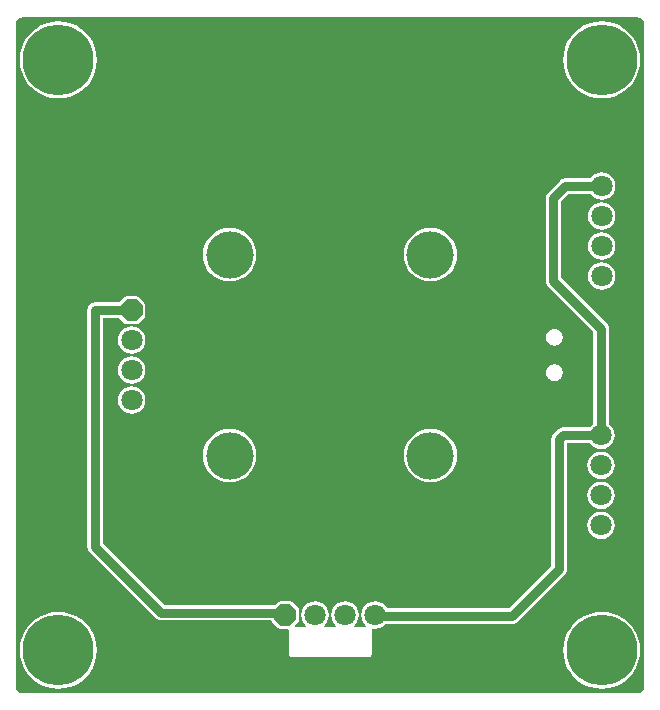
<source format=gbl>
G04 Layer_Physical_Order=2*
G04 Layer_Color=16711680*
%FSLAX44Y44*%
%MOMM*%
G71*
G01*
G75*
%ADD16C,0.8000*%
%ADD18C,1.8000*%
%ADD19P,1.9483X8X22.5*%
%ADD20P,1.9483X8X292.5*%
%ADD21C,4.0000*%
%ADD22C,6.0000*%
G36*
X537366Y585711D02*
X539371Y584371D01*
X540711Y582366D01*
X541149Y580167D01*
X541115Y580000D01*
Y20000D01*
X541149Y19833D01*
X540711Y17634D01*
X539371Y15629D01*
X537366Y14289D01*
X536199Y14057D01*
X535000Y13885D01*
Y13885D01*
X15000D01*
X14833Y13851D01*
X12634Y14289D01*
X10629Y15629D01*
X9289Y17634D01*
X9057Y18801D01*
X8885Y20000D01*
X8885D01*
Y580000D01*
X8851Y580167D01*
X9289Y582366D01*
X10629Y584371D01*
X12634Y585711D01*
X14833Y586149D01*
X15000Y586115D01*
X535000D01*
X535167Y586149D01*
X537366Y585711D01*
D02*
G37*
%LPC*%
G36*
X504500Y218390D02*
X501488Y217993D01*
X498680Y216830D01*
X496270Y214980D01*
X494420Y212570D01*
X493257Y209762D01*
X492860Y206750D01*
X493257Y203738D01*
X494420Y200930D01*
X496270Y198520D01*
X498680Y196670D01*
X501488Y195507D01*
X504500Y195110D01*
X507513Y195507D01*
X510320Y196670D01*
X512730Y198520D01*
X514580Y200930D01*
X515743Y203738D01*
X516140Y206750D01*
X515743Y209762D01*
X514580Y212570D01*
X512730Y214980D01*
X510320Y216830D01*
X507513Y217993D01*
X504500Y218390D01*
D02*
G37*
G36*
X360000Y237649D02*
X355581Y237214D01*
X351333Y235925D01*
X347417Y233832D01*
X343985Y231015D01*
X341168Y227583D01*
X339075Y223667D01*
X337786Y219419D01*
X337351Y215000D01*
X337786Y210581D01*
X339075Y206333D01*
X341168Y202417D01*
X343985Y198985D01*
X347417Y196168D01*
X351333Y194075D01*
X355581Y192786D01*
X360000Y192351D01*
X364419Y192786D01*
X368667Y194075D01*
X372583Y196168D01*
X376015Y198985D01*
X378832Y202417D01*
X380925Y206333D01*
X382214Y210581D01*
X382649Y215000D01*
X382214Y219419D01*
X380925Y223667D01*
X378832Y227583D01*
X376015Y231015D01*
X372583Y233832D01*
X368667Y235925D01*
X364419Y237214D01*
X360000Y237649D01*
D02*
G37*
G36*
X107000Y273540D02*
X103988Y273143D01*
X101180Y271980D01*
X98770Y270130D01*
X96920Y267720D01*
X95757Y264913D01*
X95360Y261900D01*
X95757Y258888D01*
X96920Y256080D01*
X98770Y253670D01*
X101180Y251820D01*
X103988Y250657D01*
X107000Y250261D01*
X110013Y250657D01*
X112820Y251820D01*
X115230Y253670D01*
X117080Y256080D01*
X118243Y258888D01*
X118640Y261900D01*
X118243Y264913D01*
X117080Y267720D01*
X115230Y270130D01*
X112820Y271980D01*
X110013Y273143D01*
X107000Y273540D01*
D02*
G37*
G36*
X465505Y292368D02*
X464495D01*
X462739Y292019D01*
X461805Y291632D01*
X460317Y290638D01*
X460317Y290638D01*
X459602Y289923D01*
X459602Y289923D01*
X458608Y288435D01*
X458221Y287501D01*
X457872Y285745D01*
Y285490D01*
X457822Y285240D01*
X457872Y284990D01*
Y284735D01*
X458221Y282979D01*
X458608Y282045D01*
X459602Y280557D01*
X459602Y280557D01*
X460317Y279842D01*
X460317Y279842D01*
X461805Y278848D01*
X462739Y278461D01*
X464495Y278112D01*
X465505D01*
X467261Y278461D01*
X468195Y278848D01*
X469683Y279842D01*
X469683Y279842D01*
X470398Y280557D01*
X470398Y280557D01*
X471392Y282045D01*
X471779Y282979D01*
X472128Y284735D01*
Y284990D01*
X472178Y285240D01*
X472128Y285490D01*
Y285745D01*
X471779Y287501D01*
X471392Y288435D01*
X470398Y289923D01*
X470398Y289923D01*
X469683Y290638D01*
X469683Y290638D01*
X468195Y291632D01*
X467261Y292019D01*
X465505Y292368D01*
D02*
G37*
G36*
X107000Y298940D02*
X103988Y298543D01*
X101180Y297380D01*
X98770Y295530D01*
X96920Y293120D01*
X95757Y290313D01*
X95360Y287300D01*
X95757Y284287D01*
X96920Y281480D01*
X98770Y279070D01*
X101180Y277220D01*
X103988Y276057D01*
X107000Y275660D01*
X110013Y276057D01*
X112820Y277220D01*
X115230Y279070D01*
X117080Y281480D01*
X118243Y284287D01*
X118640Y287300D01*
X118243Y290313D01*
X117080Y293120D01*
X115230Y295530D01*
X112820Y297380D01*
X110013Y298543D01*
X107000Y298940D01*
D02*
G37*
G36*
X505000Y82641D02*
X499894Y82239D01*
X494913Y81043D01*
X490182Y79083D01*
X485814Y76407D01*
X481920Y73080D01*
X478593Y69186D01*
X475917Y64819D01*
X473957Y60086D01*
X472761Y55106D01*
X472359Y50000D01*
X472761Y44894D01*
X473957Y39913D01*
X475917Y35182D01*
X478593Y30814D01*
X481920Y26920D01*
X485814Y23593D01*
X490182Y20917D01*
X494913Y18957D01*
X499894Y17761D01*
X505000Y17359D01*
X510106Y17761D01*
X515087Y18957D01*
X519818Y20917D01*
X524186Y23593D01*
X528080Y26920D01*
X531407Y30814D01*
X534083Y35182D01*
X536043Y39913D01*
X537239Y44894D01*
X537641Y50000D01*
X537239Y55106D01*
X536043Y60086D01*
X534083Y64819D01*
X531407Y69186D01*
X528080Y73080D01*
X524186Y76407D01*
X519818Y79083D01*
X515087Y81043D01*
X510106Y82239D01*
X505000Y82641D01*
D02*
G37*
G36*
X45000D02*
X39894Y82239D01*
X34913Y81043D01*
X30182Y79083D01*
X25814Y76407D01*
X21920Y73080D01*
X18593Y69186D01*
X15917Y64819D01*
X13957Y60086D01*
X12761Y55106D01*
X12359Y50000D01*
X12761Y44894D01*
X13957Y39913D01*
X15917Y35182D01*
X18593Y30814D01*
X21920Y26920D01*
X25814Y23593D01*
X30182Y20917D01*
X34913Y18957D01*
X39894Y17761D01*
X45000Y17359D01*
X50106Y17761D01*
X55086Y18957D01*
X59819Y20917D01*
X64186Y23593D01*
X68080Y26920D01*
X71407Y30814D01*
X74083Y35182D01*
X76043Y39913D01*
X77239Y44894D01*
X77641Y50000D01*
X77239Y55106D01*
X76043Y60086D01*
X74083Y64819D01*
X71407Y69186D01*
X68080Y73080D01*
X64186Y76407D01*
X59819Y79083D01*
X55086Y81043D01*
X50106Y82239D01*
X45000Y82641D01*
D02*
G37*
G36*
X504500Y167590D02*
X501488Y167193D01*
X498680Y166030D01*
X496270Y164180D01*
X494420Y161770D01*
X493257Y158962D01*
X492860Y155950D01*
X493257Y152937D01*
X494420Y150130D01*
X496270Y147720D01*
X498680Y145870D01*
X501488Y144707D01*
X504500Y144311D01*
X507513Y144707D01*
X510320Y145870D01*
X512730Y147720D01*
X514580Y150130D01*
X515743Y152937D01*
X516140Y155950D01*
X515743Y158962D01*
X514580Y161770D01*
X512730Y164180D01*
X510320Y166030D01*
X507513Y167193D01*
X504500Y167590D01*
D02*
G37*
G36*
X190000Y237649D02*
X185581Y237214D01*
X181333Y235925D01*
X177417Y233832D01*
X173985Y231015D01*
X171168Y227583D01*
X169075Y223667D01*
X167786Y219419D01*
X167351Y215000D01*
X167786Y210581D01*
X169075Y206333D01*
X171168Y202417D01*
X173985Y198985D01*
X177417Y196168D01*
X181333Y194075D01*
X185581Y192786D01*
X190000Y192351D01*
X194419Y192786D01*
X198667Y194075D01*
X202583Y196168D01*
X206015Y198985D01*
X208832Y202417D01*
X210925Y206333D01*
X212214Y210581D01*
X212649Y215000D01*
X212214Y219419D01*
X210925Y223667D01*
X208832Y227583D01*
X206015Y231015D01*
X202583Y233832D01*
X198667Y235925D01*
X194419Y237214D01*
X190000Y237649D01*
D02*
G37*
G36*
X504500Y192990D02*
X501488Y192593D01*
X498680Y191430D01*
X496270Y189580D01*
X494420Y187170D01*
X493257Y184363D01*
X492860Y181350D01*
X493257Y178337D01*
X494420Y175530D01*
X496270Y173120D01*
X498680Y171270D01*
X501488Y170107D01*
X504500Y169711D01*
X507513Y170107D01*
X510320Y171270D01*
X512730Y173120D01*
X514580Y175530D01*
X515743Y178337D01*
X516140Y181350D01*
X515743Y184363D01*
X514580Y187170D01*
X512730Y189580D01*
X510320Y191430D01*
X507513Y192593D01*
X504500Y192990D01*
D02*
G37*
G36*
X505000Y429340D02*
X501987Y428943D01*
X499180Y427780D01*
X496770Y425930D01*
X494920Y423520D01*
X493757Y420713D01*
X493360Y417700D01*
X493757Y414688D01*
X494920Y411880D01*
X496770Y409470D01*
X499180Y407620D01*
X501987Y406457D01*
X505000Y406060D01*
X508013Y406457D01*
X510820Y407620D01*
X513230Y409470D01*
X515080Y411880D01*
X516243Y414688D01*
X516640Y417700D01*
X516243Y420713D01*
X515080Y423520D01*
X513230Y425930D01*
X510820Y427780D01*
X508013Y428943D01*
X505000Y429340D01*
D02*
G37*
G36*
Y403940D02*
X501987Y403543D01*
X499180Y402380D01*
X496770Y400530D01*
X494920Y398120D01*
X493757Y395312D01*
X493360Y392300D01*
X493757Y389287D01*
X494920Y386480D01*
X496770Y384070D01*
X499180Y382220D01*
X501987Y381057D01*
X505000Y380661D01*
X508013Y381057D01*
X510820Y382220D01*
X513230Y384070D01*
X515080Y386480D01*
X516243Y389287D01*
X516640Y392300D01*
X516243Y395312D01*
X515080Y398120D01*
X513230Y400530D01*
X510820Y402380D01*
X508013Y403543D01*
X505000Y403940D01*
D02*
G37*
G36*
Y454740D02*
X501987Y454343D01*
X499180Y453180D01*
X496770Y451330D01*
X495516Y449696D01*
X474100D01*
X472393Y449472D01*
X470802Y448813D01*
X469436Y447764D01*
X459336Y437664D01*
X458287Y436298D01*
X457628Y434707D01*
X457404Y433000D01*
Y363000D01*
X457628Y361293D01*
X458287Y359702D01*
X459336Y358336D01*
X497904Y319768D01*
Y241634D01*
X496270Y240380D01*
X495016Y238746D01*
X472150D01*
X470443Y238522D01*
X468852Y237863D01*
X467486Y236814D01*
X464336Y233664D01*
X463287Y232298D01*
X462628Y230707D01*
X462404Y229000D01*
Y121732D01*
X426268Y85596D01*
X323273D01*
X323180Y85820D01*
X321330Y88230D01*
X318920Y90080D01*
X316113Y91243D01*
X313100Y91640D01*
X310088Y91243D01*
X307280Y90080D01*
X304870Y88230D01*
X303020Y85820D01*
X301857Y83013D01*
X301460Y80000D01*
X301857Y76988D01*
X303020Y74180D01*
X304870Y71770D01*
X305795Y71060D01*
X305364Y69790D01*
X295436D01*
X295005Y71060D01*
X295930Y71770D01*
X297780Y74180D01*
X298943Y76988D01*
X299340Y80000D01*
X298943Y83013D01*
X297780Y85820D01*
X295930Y88230D01*
X293520Y90080D01*
X290713Y91243D01*
X287700Y91640D01*
X284688Y91243D01*
X281880Y90080D01*
X279470Y88230D01*
X277620Y85820D01*
X276457Y83013D01*
X276061Y80000D01*
X276457Y76988D01*
X277620Y74180D01*
X279470Y71770D01*
X280395Y71060D01*
X279963Y69790D01*
X270037D01*
X269605Y71060D01*
X270530Y71770D01*
X272380Y74180D01*
X273543Y76988D01*
X273940Y80000D01*
X273543Y83013D01*
X272380Y85820D01*
X270530Y88230D01*
X268120Y90080D01*
X265313Y91243D01*
X262300Y91640D01*
X259287Y91243D01*
X256480Y90080D01*
X254070Y88230D01*
X252220Y85820D01*
X251057Y83013D01*
X250660Y80000D01*
X251057Y76988D01*
X252220Y74180D01*
X254070Y71770D01*
X254995Y71060D01*
X254564Y69790D01*
X245512D01*
X245026Y70963D01*
X247731Y73669D01*
X248293Y74509D01*
X248490Y75500D01*
Y84500D01*
X248293Y85491D01*
X247731Y86331D01*
X243231Y90831D01*
X242391Y91393D01*
X241400Y91590D01*
X232400D01*
X231409Y91393D01*
X230569Y90831D01*
X228334Y88596D01*
X134732D01*
X82697Y140632D01*
Y331504D01*
X96434D01*
X100669Y327269D01*
X101509Y326707D01*
X102500Y326510D01*
X111500D01*
X112491Y326707D01*
X113331Y327269D01*
X117831Y331769D01*
X118393Y332609D01*
X118590Y333600D01*
Y342600D01*
X118393Y343591D01*
X117831Y344431D01*
X113331Y348931D01*
X112491Y349493D01*
X111500Y349690D01*
X102500D01*
X101509Y349493D01*
X100669Y348931D01*
X96434Y344696D01*
X76100D01*
X74393Y344472D01*
X72802Y343813D01*
X71436Y342764D01*
X70387Y341398D01*
X69728Y339807D01*
X69504Y338100D01*
Y137900D01*
X69728Y136193D01*
X70387Y134602D01*
X71436Y133236D01*
X127336Y77336D01*
X128702Y76287D01*
X130293Y75628D01*
X132000Y75404D01*
X225329D01*
X225507Y74509D01*
X226069Y73669D01*
X230569Y69169D01*
X231409Y68607D01*
X232400Y68410D01*
X238856D01*
X239910Y67200D01*
Y47200D01*
X240107Y46209D01*
X240669Y45369D01*
X241509Y44807D01*
X242500Y44610D01*
X307500D01*
X308491Y44807D01*
X309331Y45369D01*
X309893Y46209D01*
X310090Y47200D01*
Y67200D01*
X310033Y67483D01*
X311006Y68636D01*
X313100Y68361D01*
X316113Y68757D01*
X318920Y69920D01*
X321330Y71770D01*
X321817Y72404D01*
X429000D01*
X430707Y72628D01*
X432298Y73287D01*
X433664Y74336D01*
X473664Y114336D01*
X474713Y115702D01*
X475372Y117293D01*
X475596Y119000D01*
Y225554D01*
X495016D01*
X496270Y223920D01*
X498680Y222070D01*
X501488Y220907D01*
X504500Y220511D01*
X507513Y220907D01*
X510320Y222070D01*
X512730Y223920D01*
X514580Y226330D01*
X515743Y229137D01*
X516140Y232150D01*
X515743Y235163D01*
X514580Y237970D01*
X512730Y240380D01*
X511096Y241634D01*
Y322500D01*
X510872Y324207D01*
X510213Y325798D01*
X509164Y327164D01*
X470596Y365732D01*
Y430268D01*
X476832Y436504D01*
X495516D01*
X496770Y434870D01*
X499180Y433020D01*
X501987Y431857D01*
X505000Y431460D01*
X508013Y431857D01*
X510820Y433020D01*
X513230Y434870D01*
X515080Y437280D01*
X516243Y440088D01*
X516640Y443100D01*
X516243Y446113D01*
X515080Y448920D01*
X513230Y451330D01*
X510820Y453180D01*
X508013Y454343D01*
X505000Y454740D01*
D02*
G37*
G36*
Y582641D02*
X499894Y582239D01*
X494913Y581043D01*
X490182Y579083D01*
X485814Y576407D01*
X481920Y573080D01*
X478593Y569186D01*
X475917Y564818D01*
X473957Y560087D01*
X472761Y555106D01*
X472359Y550000D01*
X472761Y544894D01*
X473957Y539913D01*
X475917Y535182D01*
X478593Y530814D01*
X481920Y526920D01*
X485814Y523593D01*
X490182Y520917D01*
X494913Y518957D01*
X499894Y517761D01*
X505000Y517359D01*
X510106Y517761D01*
X515087Y518957D01*
X519818Y520917D01*
X524186Y523593D01*
X528080Y526920D01*
X531407Y530814D01*
X534083Y535182D01*
X536043Y539913D01*
X537239Y544894D01*
X537641Y550000D01*
X537239Y555106D01*
X536043Y560087D01*
X534083Y564818D01*
X531407Y569186D01*
X528080Y573080D01*
X524186Y576407D01*
X519818Y579083D01*
X515087Y581043D01*
X510106Y582239D01*
X505000Y582641D01*
D02*
G37*
G36*
X45000D02*
X39894Y582239D01*
X34913Y581043D01*
X30182Y579083D01*
X25814Y576407D01*
X21920Y573080D01*
X18593Y569186D01*
X15917Y564818D01*
X13957Y560087D01*
X12761Y555106D01*
X12359Y550000D01*
X12761Y544894D01*
X13957Y539913D01*
X15917Y535182D01*
X18593Y530814D01*
X21920Y526920D01*
X25814Y523593D01*
X30182Y520917D01*
X34913Y518957D01*
X39894Y517761D01*
X45000Y517359D01*
X50106Y517761D01*
X55086Y518957D01*
X59819Y520917D01*
X64186Y523593D01*
X68080Y526920D01*
X71407Y530814D01*
X74083Y535182D01*
X76043Y539913D01*
X77239Y544894D01*
X77641Y550000D01*
X77239Y555106D01*
X76043Y560087D01*
X74083Y564818D01*
X71407Y569186D01*
X68080Y573080D01*
X64186Y576407D01*
X59819Y579083D01*
X55086Y581043D01*
X50106Y582239D01*
X45000Y582641D01*
D02*
G37*
G36*
X465505Y322368D02*
X464495D01*
X462739Y322019D01*
X461805Y321632D01*
X460317Y320638D01*
X460317Y320638D01*
X459602Y319923D01*
X459602Y319923D01*
X458608Y318435D01*
X458221Y317501D01*
X457872Y315745D01*
Y315490D01*
X457822Y315240D01*
X457872Y314990D01*
Y314735D01*
X458221Y312979D01*
X458608Y312045D01*
X459602Y310557D01*
X459602Y310557D01*
X460317Y309842D01*
X460317Y309842D01*
X461805Y308848D01*
X462739Y308461D01*
X464495Y308112D01*
X465505D01*
X467261Y308461D01*
X468195Y308848D01*
X469683Y309842D01*
X469683Y309842D01*
X470398Y310557D01*
X470398Y310557D01*
X471392Y312045D01*
X471779Y312979D01*
X472128Y314735D01*
Y314990D01*
X472178Y315240D01*
X472128Y315490D01*
Y315745D01*
X471779Y317501D01*
X471392Y318435D01*
X470398Y319923D01*
X470398Y319923D01*
X469683Y320638D01*
X469683Y320638D01*
X468195Y321632D01*
X467261Y322019D01*
X465505Y322368D01*
D02*
G37*
G36*
X107000Y324340D02*
X103988Y323943D01*
X101180Y322780D01*
X98770Y320930D01*
X96920Y318520D01*
X95757Y315713D01*
X95360Y312700D01*
X95757Y309688D01*
X96920Y306880D01*
X98770Y304470D01*
X101180Y302620D01*
X103988Y301457D01*
X107000Y301061D01*
X110013Y301457D01*
X112820Y302620D01*
X115230Y304470D01*
X117080Y306880D01*
X118243Y309688D01*
X118640Y312700D01*
X118243Y315713D01*
X117080Y318520D01*
X115230Y320930D01*
X112820Y322780D01*
X110013Y323943D01*
X107000Y324340D01*
D02*
G37*
G36*
X505000Y378540D02*
X501987Y378143D01*
X499180Y376980D01*
X496770Y375130D01*
X494920Y372720D01*
X493757Y369912D01*
X493360Y366900D01*
X493757Y363887D01*
X494920Y361080D01*
X496770Y358670D01*
X499180Y356820D01*
X501987Y355657D01*
X505000Y355261D01*
X508013Y355657D01*
X510820Y356820D01*
X513230Y358670D01*
X515080Y361080D01*
X516243Y363887D01*
X516640Y366900D01*
X516243Y369912D01*
X515080Y372720D01*
X513230Y375130D01*
X510820Y376980D01*
X508013Y378143D01*
X505000Y378540D01*
D02*
G37*
G36*
X360000Y407649D02*
X355581Y407214D01*
X351333Y405925D01*
X347417Y403832D01*
X343985Y401015D01*
X341168Y397583D01*
X339075Y393667D01*
X337786Y389419D01*
X337351Y385000D01*
X337786Y380581D01*
X339075Y376333D01*
X341168Y372417D01*
X343985Y368985D01*
X347417Y366168D01*
X351333Y364075D01*
X355581Y362786D01*
X360000Y362351D01*
X364419Y362786D01*
X368667Y364075D01*
X372583Y366168D01*
X376015Y368985D01*
X378832Y372417D01*
X380925Y376333D01*
X382214Y380581D01*
X382649Y385000D01*
X382214Y389419D01*
X380925Y393667D01*
X378832Y397583D01*
X376015Y401015D01*
X372583Y403832D01*
X368667Y405925D01*
X364419Y407214D01*
X360000Y407649D01*
D02*
G37*
G36*
X190000D02*
X185581Y407214D01*
X181333Y405925D01*
X177417Y403832D01*
X173985Y401015D01*
X171168Y397583D01*
X169075Y393667D01*
X167786Y389419D01*
X167351Y385000D01*
X167786Y380581D01*
X169075Y376333D01*
X171168Y372417D01*
X173985Y368985D01*
X177417Y366168D01*
X181333Y364075D01*
X185581Y362786D01*
X190000Y362351D01*
X194419Y362786D01*
X198667Y364075D01*
X202583Y366168D01*
X206015Y368985D01*
X208832Y372417D01*
X210925Y376333D01*
X212214Y380581D01*
X212649Y385000D01*
X212214Y389419D01*
X210925Y393667D01*
X208832Y397583D01*
X206015Y401015D01*
X202583Y403832D01*
X198667Y405925D01*
X194419Y407214D01*
X190000Y407649D01*
D02*
G37*
%LPD*%
D16*
X76100Y338100D02*
X107000D01*
X76100Y137900D02*
Y338100D01*
X429000Y79000D02*
X469000Y119000D01*
Y229000D01*
X472150Y232150D01*
X504500D01*
Y322500D01*
X464000Y363000D02*
X504500Y322500D01*
X464000Y363000D02*
Y433000D01*
X474100Y443100D01*
X505000D01*
X76100Y137900D02*
X132000Y82000D01*
X234900D01*
X236900Y80000D01*
X313100Y79000D02*
X429000D01*
D18*
X505000Y417700D02*
D03*
Y392300D02*
D03*
Y366900D02*
D03*
Y443100D02*
D03*
X504500Y206750D02*
D03*
Y181350D02*
D03*
Y155950D02*
D03*
Y232150D02*
D03*
X262300Y80000D02*
D03*
X287700D02*
D03*
X313100D02*
D03*
X107000Y261900D02*
D03*
Y287300D02*
D03*
Y312700D02*
D03*
D19*
X236900Y80000D02*
D03*
D20*
X107000Y338100D02*
D03*
D21*
X360000Y385000D02*
D03*
X190000D02*
D03*
Y215000D02*
D03*
X360000D02*
D03*
D22*
X505000Y550000D02*
D03*
X45000D02*
D03*
Y50000D02*
D03*
X505000D02*
D03*
M02*

</source>
